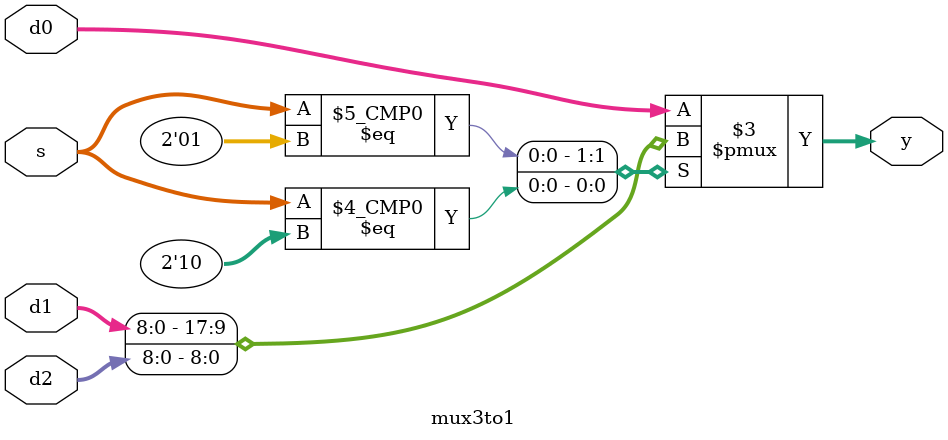
<source format=sv>
module mux3to1
    #(parameter WIDTH = 9)
    (input logic [WIDTH-1:0] d0, d1, d2,
     input logic [1:0] s,
     output logic [WIDTH-1:0] y);

always_comb
    begin
        case (s)
            2'b00: y = d0;
            2'b01: y = d1;
            2'b10: y = d2;
            default: y = d0;
        endcase
    end
endmodule

</source>
